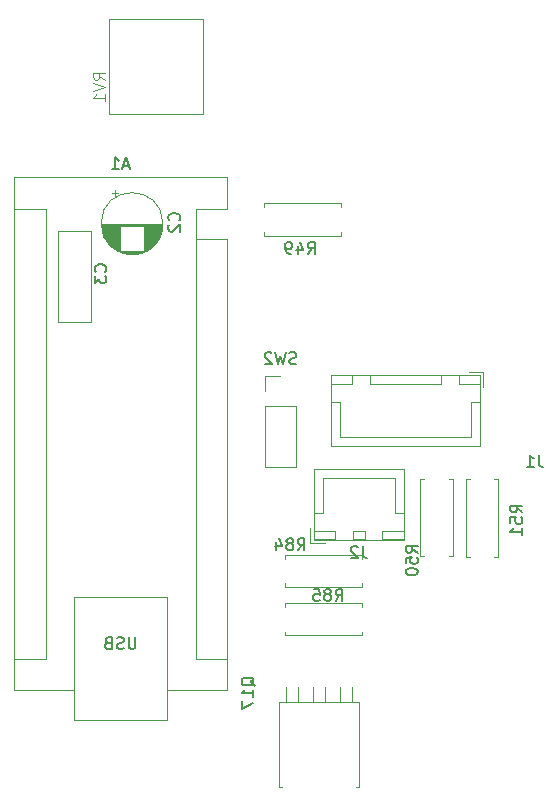
<source format=gbr>
%TF.GenerationSoftware,KiCad,Pcbnew,9.0.6-9.0.6~ubuntu22.04.1*%
%TF.CreationDate,2025-11-25T23:45:25+09:00*%
%TF.ProjectId,LineSensor,4c696e65-5365-46e7-936f-722e6b696361,rev?*%
%TF.SameCoordinates,Original*%
%TF.FileFunction,Legend,Bot*%
%TF.FilePolarity,Positive*%
%FSLAX46Y46*%
G04 Gerber Fmt 4.6, Leading zero omitted, Abs format (unit mm)*
G04 Created by KiCad (PCBNEW 9.0.6-9.0.6~ubuntu22.04.1) date 2025-11-25 23:45:25*
%MOMM*%
%LPD*%
G01*
G04 APERTURE LIST*
%ADD10C,0.150000*%
%ADD11C,0.100000*%
%ADD12C,0.120000*%
G04 APERTURE END LIST*
D10*
X170483333Y-108404819D02*
X170483333Y-109119104D01*
X170483333Y-109119104D02*
X170530952Y-109261961D01*
X170530952Y-109261961D02*
X170626190Y-109357200D01*
X170626190Y-109357200D02*
X170769047Y-109404819D01*
X170769047Y-109404819D02*
X170864285Y-109404819D01*
X170054761Y-108500057D02*
X170007142Y-108452438D01*
X170007142Y-108452438D02*
X169911904Y-108404819D01*
X169911904Y-108404819D02*
X169673809Y-108404819D01*
X169673809Y-108404819D02*
X169578571Y-108452438D01*
X169578571Y-108452438D02*
X169530952Y-108500057D01*
X169530952Y-108500057D02*
X169483333Y-108595295D01*
X169483333Y-108595295D02*
X169483333Y-108690533D01*
X169483333Y-108690533D02*
X169530952Y-108833390D01*
X169530952Y-108833390D02*
X170102380Y-109404819D01*
X170102380Y-109404819D02*
X169483333Y-109404819D01*
X164867332Y-92952200D02*
X164724475Y-92999819D01*
X164724475Y-92999819D02*
X164486380Y-92999819D01*
X164486380Y-92999819D02*
X164391142Y-92952200D01*
X164391142Y-92952200D02*
X164343523Y-92904580D01*
X164343523Y-92904580D02*
X164295904Y-92809342D01*
X164295904Y-92809342D02*
X164295904Y-92714104D01*
X164295904Y-92714104D02*
X164343523Y-92618866D01*
X164343523Y-92618866D02*
X164391142Y-92571247D01*
X164391142Y-92571247D02*
X164486380Y-92523628D01*
X164486380Y-92523628D02*
X164676856Y-92476009D01*
X164676856Y-92476009D02*
X164772094Y-92428390D01*
X164772094Y-92428390D02*
X164819713Y-92380771D01*
X164819713Y-92380771D02*
X164867332Y-92285533D01*
X164867332Y-92285533D02*
X164867332Y-92190295D01*
X164867332Y-92190295D02*
X164819713Y-92095057D01*
X164819713Y-92095057D02*
X164772094Y-92047438D01*
X164772094Y-92047438D02*
X164676856Y-91999819D01*
X164676856Y-91999819D02*
X164438761Y-91999819D01*
X164438761Y-91999819D02*
X164295904Y-92047438D01*
X163962570Y-91999819D02*
X163724475Y-92999819D01*
X163724475Y-92999819D02*
X163533999Y-92285533D01*
X163533999Y-92285533D02*
X163343523Y-92999819D01*
X163343523Y-92999819D02*
X163105428Y-91999819D01*
X162772094Y-92095057D02*
X162724475Y-92047438D01*
X162724475Y-92047438D02*
X162629237Y-91999819D01*
X162629237Y-91999819D02*
X162391142Y-91999819D01*
X162391142Y-91999819D02*
X162295904Y-92047438D01*
X162295904Y-92047438D02*
X162248285Y-92095057D01*
X162248285Y-92095057D02*
X162200666Y-92190295D01*
X162200666Y-92190295D02*
X162200666Y-92285533D01*
X162200666Y-92285533D02*
X162248285Y-92428390D01*
X162248285Y-92428390D02*
X162819713Y-92999819D01*
X162819713Y-92999819D02*
X162200666Y-92999819D01*
X164985857Y-108756819D02*
X165319190Y-108280628D01*
X165557285Y-108756819D02*
X165557285Y-107756819D01*
X165557285Y-107756819D02*
X165176333Y-107756819D01*
X165176333Y-107756819D02*
X165081095Y-107804438D01*
X165081095Y-107804438D02*
X165033476Y-107852057D01*
X165033476Y-107852057D02*
X164985857Y-107947295D01*
X164985857Y-107947295D02*
X164985857Y-108090152D01*
X164985857Y-108090152D02*
X165033476Y-108185390D01*
X165033476Y-108185390D02*
X165081095Y-108233009D01*
X165081095Y-108233009D02*
X165176333Y-108280628D01*
X165176333Y-108280628D02*
X165557285Y-108280628D01*
X164414428Y-108185390D02*
X164509666Y-108137771D01*
X164509666Y-108137771D02*
X164557285Y-108090152D01*
X164557285Y-108090152D02*
X164604904Y-107994914D01*
X164604904Y-107994914D02*
X164604904Y-107947295D01*
X164604904Y-107947295D02*
X164557285Y-107852057D01*
X164557285Y-107852057D02*
X164509666Y-107804438D01*
X164509666Y-107804438D02*
X164414428Y-107756819D01*
X164414428Y-107756819D02*
X164223952Y-107756819D01*
X164223952Y-107756819D02*
X164128714Y-107804438D01*
X164128714Y-107804438D02*
X164081095Y-107852057D01*
X164081095Y-107852057D02*
X164033476Y-107947295D01*
X164033476Y-107947295D02*
X164033476Y-107994914D01*
X164033476Y-107994914D02*
X164081095Y-108090152D01*
X164081095Y-108090152D02*
X164128714Y-108137771D01*
X164128714Y-108137771D02*
X164223952Y-108185390D01*
X164223952Y-108185390D02*
X164414428Y-108185390D01*
X164414428Y-108185390D02*
X164509666Y-108233009D01*
X164509666Y-108233009D02*
X164557285Y-108280628D01*
X164557285Y-108280628D02*
X164604904Y-108375866D01*
X164604904Y-108375866D02*
X164604904Y-108566342D01*
X164604904Y-108566342D02*
X164557285Y-108661580D01*
X164557285Y-108661580D02*
X164509666Y-108709200D01*
X164509666Y-108709200D02*
X164414428Y-108756819D01*
X164414428Y-108756819D02*
X164223952Y-108756819D01*
X164223952Y-108756819D02*
X164128714Y-108709200D01*
X164128714Y-108709200D02*
X164081095Y-108661580D01*
X164081095Y-108661580D02*
X164033476Y-108566342D01*
X164033476Y-108566342D02*
X164033476Y-108375866D01*
X164033476Y-108375866D02*
X164081095Y-108280628D01*
X164081095Y-108280628D02*
X164128714Y-108233009D01*
X164128714Y-108233009D02*
X164223952Y-108185390D01*
X163176333Y-108090152D02*
X163176333Y-108756819D01*
X163414428Y-107709200D02*
X163652523Y-108423485D01*
X163652523Y-108423485D02*
X163033476Y-108423485D01*
X154939580Y-80824445D02*
X154987200Y-80776826D01*
X154987200Y-80776826D02*
X155034819Y-80633969D01*
X155034819Y-80633969D02*
X155034819Y-80538731D01*
X155034819Y-80538731D02*
X154987200Y-80395874D01*
X154987200Y-80395874D02*
X154891961Y-80300636D01*
X154891961Y-80300636D02*
X154796723Y-80253017D01*
X154796723Y-80253017D02*
X154606247Y-80205398D01*
X154606247Y-80205398D02*
X154463390Y-80205398D01*
X154463390Y-80205398D02*
X154272914Y-80253017D01*
X154272914Y-80253017D02*
X154177676Y-80300636D01*
X154177676Y-80300636D02*
X154082438Y-80395874D01*
X154082438Y-80395874D02*
X154034819Y-80538731D01*
X154034819Y-80538731D02*
X154034819Y-80633969D01*
X154034819Y-80633969D02*
X154082438Y-80776826D01*
X154082438Y-80776826D02*
X154130057Y-80824445D01*
X154130057Y-81205398D02*
X154082438Y-81253017D01*
X154082438Y-81253017D02*
X154034819Y-81348255D01*
X154034819Y-81348255D02*
X154034819Y-81586350D01*
X154034819Y-81586350D02*
X154082438Y-81681588D01*
X154082438Y-81681588D02*
X154130057Y-81729207D01*
X154130057Y-81729207D02*
X154225295Y-81776826D01*
X154225295Y-81776826D02*
X154320533Y-81776826D01*
X154320533Y-81776826D02*
X154463390Y-81729207D01*
X154463390Y-81729207D02*
X155034819Y-81157779D01*
X155034819Y-81157779D02*
X155034819Y-81776826D01*
X185402333Y-100687819D02*
X185402333Y-101402104D01*
X185402333Y-101402104D02*
X185449952Y-101544961D01*
X185449952Y-101544961D02*
X185545190Y-101640200D01*
X185545190Y-101640200D02*
X185688047Y-101687819D01*
X185688047Y-101687819D02*
X185783285Y-101687819D01*
X184402333Y-101687819D02*
X184973761Y-101687819D01*
X184688047Y-101687819D02*
X184688047Y-100687819D01*
X184688047Y-100687819D02*
X184783285Y-100830676D01*
X184783285Y-100830676D02*
X184878523Y-100925914D01*
X184878523Y-100925914D02*
X184973761Y-100973533D01*
X150704285Y-76198104D02*
X150228095Y-76198104D01*
X150799523Y-76483819D02*
X150466190Y-75483819D01*
X150466190Y-75483819D02*
X150132857Y-76483819D01*
X149275714Y-76483819D02*
X149847142Y-76483819D01*
X149561428Y-76483819D02*
X149561428Y-75483819D01*
X149561428Y-75483819D02*
X149656666Y-75626676D01*
X149656666Y-75626676D02*
X149751904Y-75721914D01*
X149751904Y-75721914D02*
X149847142Y-75769533D01*
X151251904Y-116123819D02*
X151251904Y-116933342D01*
X151251904Y-116933342D02*
X151204285Y-117028580D01*
X151204285Y-117028580D02*
X151156666Y-117076200D01*
X151156666Y-117076200D02*
X151061428Y-117123819D01*
X151061428Y-117123819D02*
X150870952Y-117123819D01*
X150870952Y-117123819D02*
X150775714Y-117076200D01*
X150775714Y-117076200D02*
X150728095Y-117028580D01*
X150728095Y-117028580D02*
X150680476Y-116933342D01*
X150680476Y-116933342D02*
X150680476Y-116123819D01*
X150251904Y-117076200D02*
X150109047Y-117123819D01*
X150109047Y-117123819D02*
X149870952Y-117123819D01*
X149870952Y-117123819D02*
X149775714Y-117076200D01*
X149775714Y-117076200D02*
X149728095Y-117028580D01*
X149728095Y-117028580D02*
X149680476Y-116933342D01*
X149680476Y-116933342D02*
X149680476Y-116838104D01*
X149680476Y-116838104D02*
X149728095Y-116742866D01*
X149728095Y-116742866D02*
X149775714Y-116695247D01*
X149775714Y-116695247D02*
X149870952Y-116647628D01*
X149870952Y-116647628D02*
X150061428Y-116600009D01*
X150061428Y-116600009D02*
X150156666Y-116552390D01*
X150156666Y-116552390D02*
X150204285Y-116504771D01*
X150204285Y-116504771D02*
X150251904Y-116409533D01*
X150251904Y-116409533D02*
X150251904Y-116314295D01*
X150251904Y-116314295D02*
X150204285Y-116219057D01*
X150204285Y-116219057D02*
X150156666Y-116171438D01*
X150156666Y-116171438D02*
X150061428Y-116123819D01*
X150061428Y-116123819D02*
X149823333Y-116123819D01*
X149823333Y-116123819D02*
X149680476Y-116171438D01*
X148918571Y-116600009D02*
X148775714Y-116647628D01*
X148775714Y-116647628D02*
X148728095Y-116695247D01*
X148728095Y-116695247D02*
X148680476Y-116790485D01*
X148680476Y-116790485D02*
X148680476Y-116933342D01*
X148680476Y-116933342D02*
X148728095Y-117028580D01*
X148728095Y-117028580D02*
X148775714Y-117076200D01*
X148775714Y-117076200D02*
X148870952Y-117123819D01*
X148870952Y-117123819D02*
X149251904Y-117123819D01*
X149251904Y-117123819D02*
X149251904Y-116123819D01*
X149251904Y-116123819D02*
X148918571Y-116123819D01*
X148918571Y-116123819D02*
X148823333Y-116171438D01*
X148823333Y-116171438D02*
X148775714Y-116219057D01*
X148775714Y-116219057D02*
X148728095Y-116314295D01*
X148728095Y-116314295D02*
X148728095Y-116409533D01*
X148728095Y-116409533D02*
X148775714Y-116504771D01*
X148775714Y-116504771D02*
X148823333Y-116552390D01*
X148823333Y-116552390D02*
X148918571Y-116600009D01*
X148918571Y-116600009D02*
X149251904Y-116600009D01*
X184004819Y-105557142D02*
X183528628Y-105223809D01*
X184004819Y-104985714D02*
X183004819Y-104985714D01*
X183004819Y-104985714D02*
X183004819Y-105366666D01*
X183004819Y-105366666D02*
X183052438Y-105461904D01*
X183052438Y-105461904D02*
X183100057Y-105509523D01*
X183100057Y-105509523D02*
X183195295Y-105557142D01*
X183195295Y-105557142D02*
X183338152Y-105557142D01*
X183338152Y-105557142D02*
X183433390Y-105509523D01*
X183433390Y-105509523D02*
X183481009Y-105461904D01*
X183481009Y-105461904D02*
X183528628Y-105366666D01*
X183528628Y-105366666D02*
X183528628Y-104985714D01*
X183004819Y-106461904D02*
X183004819Y-105985714D01*
X183004819Y-105985714D02*
X183481009Y-105938095D01*
X183481009Y-105938095D02*
X183433390Y-105985714D01*
X183433390Y-105985714D02*
X183385771Y-106080952D01*
X183385771Y-106080952D02*
X183385771Y-106319047D01*
X183385771Y-106319047D02*
X183433390Y-106414285D01*
X183433390Y-106414285D02*
X183481009Y-106461904D01*
X183481009Y-106461904D02*
X183576247Y-106509523D01*
X183576247Y-106509523D02*
X183814342Y-106509523D01*
X183814342Y-106509523D02*
X183909580Y-106461904D01*
X183909580Y-106461904D02*
X183957200Y-106414285D01*
X183957200Y-106414285D02*
X184004819Y-106319047D01*
X184004819Y-106319047D02*
X184004819Y-106080952D01*
X184004819Y-106080952D02*
X183957200Y-105985714D01*
X183957200Y-105985714D02*
X183909580Y-105938095D01*
X184004819Y-107461904D02*
X184004819Y-106890476D01*
X184004819Y-107176190D02*
X183004819Y-107176190D01*
X183004819Y-107176190D02*
X183147676Y-107080952D01*
X183147676Y-107080952D02*
X183242914Y-106985714D01*
X183242914Y-106985714D02*
X183290533Y-106890476D01*
D11*
X148657419Y-68904761D02*
X148181228Y-68571428D01*
X148657419Y-68333333D02*
X147657419Y-68333333D01*
X147657419Y-68333333D02*
X147657419Y-68714285D01*
X147657419Y-68714285D02*
X147705038Y-68809523D01*
X147705038Y-68809523D02*
X147752657Y-68857142D01*
X147752657Y-68857142D02*
X147847895Y-68904761D01*
X147847895Y-68904761D02*
X147990752Y-68904761D01*
X147990752Y-68904761D02*
X148085990Y-68857142D01*
X148085990Y-68857142D02*
X148133609Y-68809523D01*
X148133609Y-68809523D02*
X148181228Y-68714285D01*
X148181228Y-68714285D02*
X148181228Y-68333333D01*
X147657419Y-69190476D02*
X148657419Y-69523809D01*
X148657419Y-69523809D02*
X147657419Y-69857142D01*
X148657419Y-70714285D02*
X148657419Y-70142857D01*
X148657419Y-70428571D02*
X147657419Y-70428571D01*
X147657419Y-70428571D02*
X147800276Y-70333333D01*
X147800276Y-70333333D02*
X147895514Y-70238095D01*
X147895514Y-70238095D02*
X147943133Y-70142857D01*
D10*
X148704580Y-85179333D02*
X148752200Y-85131714D01*
X148752200Y-85131714D02*
X148799819Y-84988857D01*
X148799819Y-84988857D02*
X148799819Y-84893619D01*
X148799819Y-84893619D02*
X148752200Y-84750762D01*
X148752200Y-84750762D02*
X148656961Y-84655524D01*
X148656961Y-84655524D02*
X148561723Y-84607905D01*
X148561723Y-84607905D02*
X148371247Y-84560286D01*
X148371247Y-84560286D02*
X148228390Y-84560286D01*
X148228390Y-84560286D02*
X148037914Y-84607905D01*
X148037914Y-84607905D02*
X147942676Y-84655524D01*
X147942676Y-84655524D02*
X147847438Y-84750762D01*
X147847438Y-84750762D02*
X147799819Y-84893619D01*
X147799819Y-84893619D02*
X147799819Y-84988857D01*
X147799819Y-84988857D02*
X147847438Y-85131714D01*
X147847438Y-85131714D02*
X147895057Y-85179333D01*
X147799819Y-85512667D02*
X147799819Y-86131714D01*
X147799819Y-86131714D02*
X148180771Y-85798381D01*
X148180771Y-85798381D02*
X148180771Y-85941238D01*
X148180771Y-85941238D02*
X148228390Y-86036476D01*
X148228390Y-86036476D02*
X148276009Y-86084095D01*
X148276009Y-86084095D02*
X148371247Y-86131714D01*
X148371247Y-86131714D02*
X148609342Y-86131714D01*
X148609342Y-86131714D02*
X148704580Y-86084095D01*
X148704580Y-86084095D02*
X148752200Y-86036476D01*
X148752200Y-86036476D02*
X148799819Y-85941238D01*
X148799819Y-85941238D02*
X148799819Y-85655524D01*
X148799819Y-85655524D02*
X148752200Y-85560286D01*
X148752200Y-85560286D02*
X148704580Y-85512667D01*
X175154819Y-108957142D02*
X174678628Y-108623809D01*
X175154819Y-108385714D02*
X174154819Y-108385714D01*
X174154819Y-108385714D02*
X174154819Y-108766666D01*
X174154819Y-108766666D02*
X174202438Y-108861904D01*
X174202438Y-108861904D02*
X174250057Y-108909523D01*
X174250057Y-108909523D02*
X174345295Y-108957142D01*
X174345295Y-108957142D02*
X174488152Y-108957142D01*
X174488152Y-108957142D02*
X174583390Y-108909523D01*
X174583390Y-108909523D02*
X174631009Y-108861904D01*
X174631009Y-108861904D02*
X174678628Y-108766666D01*
X174678628Y-108766666D02*
X174678628Y-108385714D01*
X174154819Y-109861904D02*
X174154819Y-109385714D01*
X174154819Y-109385714D02*
X174631009Y-109338095D01*
X174631009Y-109338095D02*
X174583390Y-109385714D01*
X174583390Y-109385714D02*
X174535771Y-109480952D01*
X174535771Y-109480952D02*
X174535771Y-109719047D01*
X174535771Y-109719047D02*
X174583390Y-109814285D01*
X174583390Y-109814285D02*
X174631009Y-109861904D01*
X174631009Y-109861904D02*
X174726247Y-109909523D01*
X174726247Y-109909523D02*
X174964342Y-109909523D01*
X174964342Y-109909523D02*
X175059580Y-109861904D01*
X175059580Y-109861904D02*
X175107200Y-109814285D01*
X175107200Y-109814285D02*
X175154819Y-109719047D01*
X175154819Y-109719047D02*
X175154819Y-109480952D01*
X175154819Y-109480952D02*
X175107200Y-109385714D01*
X175107200Y-109385714D02*
X175059580Y-109338095D01*
X174154819Y-110528571D02*
X174154819Y-110623809D01*
X174154819Y-110623809D02*
X174202438Y-110719047D01*
X174202438Y-110719047D02*
X174250057Y-110766666D01*
X174250057Y-110766666D02*
X174345295Y-110814285D01*
X174345295Y-110814285D02*
X174535771Y-110861904D01*
X174535771Y-110861904D02*
X174773866Y-110861904D01*
X174773866Y-110861904D02*
X174964342Y-110814285D01*
X174964342Y-110814285D02*
X175059580Y-110766666D01*
X175059580Y-110766666D02*
X175107200Y-110719047D01*
X175107200Y-110719047D02*
X175154819Y-110623809D01*
X175154819Y-110623809D02*
X175154819Y-110528571D01*
X175154819Y-110528571D02*
X175107200Y-110433333D01*
X175107200Y-110433333D02*
X175059580Y-110385714D01*
X175059580Y-110385714D02*
X174964342Y-110338095D01*
X174964342Y-110338095D02*
X174773866Y-110290476D01*
X174773866Y-110290476D02*
X174535771Y-110290476D01*
X174535771Y-110290476D02*
X174345295Y-110338095D01*
X174345295Y-110338095D02*
X174250057Y-110385714D01*
X174250057Y-110385714D02*
X174202438Y-110433333D01*
X174202438Y-110433333D02*
X174154819Y-110528571D01*
X165842857Y-83668819D02*
X166176190Y-83192628D01*
X166414285Y-83668819D02*
X166414285Y-82668819D01*
X166414285Y-82668819D02*
X166033333Y-82668819D01*
X166033333Y-82668819D02*
X165938095Y-82716438D01*
X165938095Y-82716438D02*
X165890476Y-82764057D01*
X165890476Y-82764057D02*
X165842857Y-82859295D01*
X165842857Y-82859295D02*
X165842857Y-83002152D01*
X165842857Y-83002152D02*
X165890476Y-83097390D01*
X165890476Y-83097390D02*
X165938095Y-83145009D01*
X165938095Y-83145009D02*
X166033333Y-83192628D01*
X166033333Y-83192628D02*
X166414285Y-83192628D01*
X164985714Y-83002152D02*
X164985714Y-83668819D01*
X165223809Y-82621200D02*
X165461904Y-83335485D01*
X165461904Y-83335485D02*
X164842857Y-83335485D01*
X164414285Y-83668819D02*
X164223809Y-83668819D01*
X164223809Y-83668819D02*
X164128571Y-83621200D01*
X164128571Y-83621200D02*
X164080952Y-83573580D01*
X164080952Y-83573580D02*
X163985714Y-83430723D01*
X163985714Y-83430723D02*
X163938095Y-83240247D01*
X163938095Y-83240247D02*
X163938095Y-82859295D01*
X163938095Y-82859295D02*
X163985714Y-82764057D01*
X163985714Y-82764057D02*
X164033333Y-82716438D01*
X164033333Y-82716438D02*
X164128571Y-82668819D01*
X164128571Y-82668819D02*
X164319047Y-82668819D01*
X164319047Y-82668819D02*
X164414285Y-82716438D01*
X164414285Y-82716438D02*
X164461904Y-82764057D01*
X164461904Y-82764057D02*
X164509523Y-82859295D01*
X164509523Y-82859295D02*
X164509523Y-83097390D01*
X164509523Y-83097390D02*
X164461904Y-83192628D01*
X164461904Y-83192628D02*
X164414285Y-83240247D01*
X164414285Y-83240247D02*
X164319047Y-83287866D01*
X164319047Y-83287866D02*
X164128571Y-83287866D01*
X164128571Y-83287866D02*
X164033333Y-83240247D01*
X164033333Y-83240247D02*
X163985714Y-83192628D01*
X163985714Y-83192628D02*
X163938095Y-83097390D01*
X168192857Y-113054819D02*
X168526190Y-112578628D01*
X168764285Y-113054819D02*
X168764285Y-112054819D01*
X168764285Y-112054819D02*
X168383333Y-112054819D01*
X168383333Y-112054819D02*
X168288095Y-112102438D01*
X168288095Y-112102438D02*
X168240476Y-112150057D01*
X168240476Y-112150057D02*
X168192857Y-112245295D01*
X168192857Y-112245295D02*
X168192857Y-112388152D01*
X168192857Y-112388152D02*
X168240476Y-112483390D01*
X168240476Y-112483390D02*
X168288095Y-112531009D01*
X168288095Y-112531009D02*
X168383333Y-112578628D01*
X168383333Y-112578628D02*
X168764285Y-112578628D01*
X167621428Y-112483390D02*
X167716666Y-112435771D01*
X167716666Y-112435771D02*
X167764285Y-112388152D01*
X167764285Y-112388152D02*
X167811904Y-112292914D01*
X167811904Y-112292914D02*
X167811904Y-112245295D01*
X167811904Y-112245295D02*
X167764285Y-112150057D01*
X167764285Y-112150057D02*
X167716666Y-112102438D01*
X167716666Y-112102438D02*
X167621428Y-112054819D01*
X167621428Y-112054819D02*
X167430952Y-112054819D01*
X167430952Y-112054819D02*
X167335714Y-112102438D01*
X167335714Y-112102438D02*
X167288095Y-112150057D01*
X167288095Y-112150057D02*
X167240476Y-112245295D01*
X167240476Y-112245295D02*
X167240476Y-112292914D01*
X167240476Y-112292914D02*
X167288095Y-112388152D01*
X167288095Y-112388152D02*
X167335714Y-112435771D01*
X167335714Y-112435771D02*
X167430952Y-112483390D01*
X167430952Y-112483390D02*
X167621428Y-112483390D01*
X167621428Y-112483390D02*
X167716666Y-112531009D01*
X167716666Y-112531009D02*
X167764285Y-112578628D01*
X167764285Y-112578628D02*
X167811904Y-112673866D01*
X167811904Y-112673866D02*
X167811904Y-112864342D01*
X167811904Y-112864342D02*
X167764285Y-112959580D01*
X167764285Y-112959580D02*
X167716666Y-113007200D01*
X167716666Y-113007200D02*
X167621428Y-113054819D01*
X167621428Y-113054819D02*
X167430952Y-113054819D01*
X167430952Y-113054819D02*
X167335714Y-113007200D01*
X167335714Y-113007200D02*
X167288095Y-112959580D01*
X167288095Y-112959580D02*
X167240476Y-112864342D01*
X167240476Y-112864342D02*
X167240476Y-112673866D01*
X167240476Y-112673866D02*
X167288095Y-112578628D01*
X167288095Y-112578628D02*
X167335714Y-112531009D01*
X167335714Y-112531009D02*
X167430952Y-112483390D01*
X166335714Y-112054819D02*
X166811904Y-112054819D01*
X166811904Y-112054819D02*
X166859523Y-112531009D01*
X166859523Y-112531009D02*
X166811904Y-112483390D01*
X166811904Y-112483390D02*
X166716666Y-112435771D01*
X166716666Y-112435771D02*
X166478571Y-112435771D01*
X166478571Y-112435771D02*
X166383333Y-112483390D01*
X166383333Y-112483390D02*
X166335714Y-112531009D01*
X166335714Y-112531009D02*
X166288095Y-112626247D01*
X166288095Y-112626247D02*
X166288095Y-112864342D01*
X166288095Y-112864342D02*
X166335714Y-112959580D01*
X166335714Y-112959580D02*
X166383333Y-113007200D01*
X166383333Y-113007200D02*
X166478571Y-113054819D01*
X166478571Y-113054819D02*
X166716666Y-113054819D01*
X166716666Y-113054819D02*
X166811904Y-113007200D01*
X166811904Y-113007200D02*
X166859523Y-112959580D01*
X161340057Y-120258571D02*
X161292438Y-120163333D01*
X161292438Y-120163333D02*
X161197200Y-120068095D01*
X161197200Y-120068095D02*
X161054342Y-119925238D01*
X161054342Y-119925238D02*
X161006723Y-119830000D01*
X161006723Y-119830000D02*
X161006723Y-119734762D01*
X161244819Y-119782381D02*
X161197200Y-119687143D01*
X161197200Y-119687143D02*
X161101961Y-119591905D01*
X161101961Y-119591905D02*
X160911485Y-119544286D01*
X160911485Y-119544286D02*
X160578152Y-119544286D01*
X160578152Y-119544286D02*
X160387676Y-119591905D01*
X160387676Y-119591905D02*
X160292438Y-119687143D01*
X160292438Y-119687143D02*
X160244819Y-119782381D01*
X160244819Y-119782381D02*
X160244819Y-119972857D01*
X160244819Y-119972857D02*
X160292438Y-120068095D01*
X160292438Y-120068095D02*
X160387676Y-120163333D01*
X160387676Y-120163333D02*
X160578152Y-120210952D01*
X160578152Y-120210952D02*
X160911485Y-120210952D01*
X160911485Y-120210952D02*
X161101961Y-120163333D01*
X161101961Y-120163333D02*
X161197200Y-120068095D01*
X161197200Y-120068095D02*
X161244819Y-119972857D01*
X161244819Y-119972857D02*
X161244819Y-119782381D01*
X161244819Y-121163333D02*
X161244819Y-120591905D01*
X161244819Y-120877619D02*
X160244819Y-120877619D01*
X160244819Y-120877619D02*
X160387676Y-120782381D01*
X160387676Y-120782381D02*
X160482914Y-120687143D01*
X160482914Y-120687143D02*
X160530533Y-120591905D01*
X160244819Y-121496667D02*
X160244819Y-122163333D01*
X160244819Y-122163333D02*
X161244819Y-121734762D01*
D12*
%TO.C,J2*%
X166050000Y-108150000D02*
X166050000Y-106900000D01*
X166340000Y-107860000D02*
X166340000Y-101890000D01*
X166340000Y-101890000D02*
X173960000Y-101890000D01*
X166350000Y-107850000D02*
X166350000Y-107100000D01*
X166350000Y-107100000D02*
X168150000Y-107100000D01*
X166350000Y-105600000D02*
X167100000Y-105600000D01*
X167100000Y-105600000D02*
X167100000Y-102650000D01*
X167100000Y-102650000D02*
X170150000Y-102650000D01*
X167300000Y-108150000D02*
X166050000Y-108150000D01*
X168150000Y-107850000D02*
X166350000Y-107850000D01*
X168150000Y-107100000D02*
X168150000Y-107850000D01*
X169650000Y-107850000D02*
X169650000Y-107100000D01*
X169650000Y-107100000D02*
X170650000Y-107100000D01*
X170650000Y-107850000D02*
X169650000Y-107850000D01*
X170650000Y-107100000D02*
X170650000Y-107850000D01*
X172150000Y-107850000D02*
X172150000Y-107100000D01*
X172150000Y-107100000D02*
X173950000Y-107100000D01*
X173200000Y-105600000D02*
X173200000Y-102650000D01*
X173200000Y-102650000D02*
X170150000Y-102650000D01*
X173950000Y-107850000D02*
X172150000Y-107850000D01*
X173950000Y-107100000D02*
X173950000Y-107850000D01*
X173950000Y-105600000D02*
X173200000Y-105600000D01*
X173960000Y-107860000D02*
X166340000Y-107860000D01*
X173960000Y-101890000D02*
X173960000Y-107860000D01*
%TO.C,SW2*%
X162204000Y-93985000D02*
X162204000Y-95315000D01*
X162204000Y-96585000D02*
X162204000Y-101725000D01*
X163534000Y-93985000D02*
X162204000Y-93985000D01*
X164864000Y-96585000D02*
X162204000Y-96585000D01*
X164864000Y-96585000D02*
X164864000Y-101725000D01*
X164864000Y-101725000D02*
X162204000Y-101725000D01*
%TO.C,R84*%
X163920000Y-109130000D02*
X170460000Y-109130000D01*
X163920000Y-109460000D02*
X163920000Y-109130000D01*
X163920000Y-111540000D02*
X163920000Y-111870000D01*
X163920000Y-111870000D02*
X170460000Y-111870000D01*
X170460000Y-109130000D02*
X170460000Y-109460000D01*
X170460000Y-111870000D02*
X170460000Y-111540000D01*
%TO.C,C2*%
X148381000Y-81102000D02*
X153541000Y-81102000D01*
X148381000Y-81142000D02*
X153541000Y-81142000D01*
X148382000Y-81182000D02*
X153540000Y-81182000D01*
X148384000Y-81222000D02*
X153538000Y-81222000D01*
X148386000Y-81262000D02*
X153536000Y-81262000D01*
X148389000Y-81302000D02*
X153533000Y-81302000D01*
X148392000Y-81342000D02*
X149921000Y-81342000D01*
X148396000Y-81382000D02*
X149921000Y-81382000D01*
X148401000Y-81422000D02*
X149921000Y-81422000D01*
X148406000Y-81462000D02*
X149921000Y-81462000D01*
X148412000Y-81502000D02*
X149921000Y-81502000D01*
X148418000Y-81542000D02*
X149921000Y-81542000D01*
X148425000Y-81582000D02*
X149921000Y-81582000D01*
X148433000Y-81622000D02*
X149921000Y-81622000D01*
X148442000Y-81662000D02*
X149921000Y-81662000D01*
X148451000Y-81702000D02*
X149921000Y-81702000D01*
X148460000Y-81742000D02*
X149921000Y-81742000D01*
X148471000Y-81782000D02*
X149921000Y-81782000D01*
X148482000Y-81822000D02*
X149921000Y-81822000D01*
X148494000Y-81862000D02*
X149921000Y-81862000D01*
X148506000Y-81902000D02*
X149921000Y-81902000D01*
X148519000Y-81942000D02*
X149921000Y-81942000D01*
X148533000Y-81982000D02*
X149921000Y-81982000D01*
X148548000Y-82022000D02*
X149921000Y-82022000D01*
X148563000Y-82062000D02*
X149921000Y-82062000D01*
X148579000Y-82102000D02*
X149921000Y-82102000D01*
X148596000Y-82142000D02*
X149921000Y-82142000D01*
X148614000Y-82182000D02*
X149921000Y-82182000D01*
X148632000Y-82222000D02*
X149921000Y-82222000D01*
X148652000Y-82262000D02*
X149921000Y-82262000D01*
X148672000Y-82302000D02*
X149921000Y-82302000D01*
X148693000Y-82342000D02*
X149921000Y-82342000D01*
X148715000Y-82382000D02*
X149921000Y-82382000D01*
X148738000Y-82422000D02*
X149921000Y-82422000D01*
X148762000Y-82462000D02*
X149921000Y-82462000D01*
X148786000Y-82502000D02*
X149921000Y-82502000D01*
X148812000Y-82542000D02*
X149921000Y-82542000D01*
X148839000Y-82582000D02*
X149921000Y-82582000D01*
X148867000Y-82622000D02*
X149921000Y-82622000D01*
X148896000Y-82662000D02*
X149921000Y-82662000D01*
X148926000Y-82702000D02*
X149921000Y-82702000D01*
X148958000Y-82742000D02*
X149921000Y-82742000D01*
X148991000Y-82782000D02*
X149921000Y-82782000D01*
X149025000Y-82822000D02*
X149921000Y-82822000D01*
X149060000Y-82862000D02*
X149921000Y-82862000D01*
X149097000Y-82902000D02*
X149921000Y-82902000D01*
X149136000Y-82942000D02*
X149921000Y-82942000D01*
X149176000Y-82982000D02*
X149921000Y-82982000D01*
X149218000Y-83022000D02*
X149921000Y-83022000D01*
X149236000Y-78547225D02*
X149736000Y-78547225D01*
X149262000Y-83062000D02*
X149921000Y-83062000D01*
X149309000Y-83102000D02*
X149921000Y-83102000D01*
X149357000Y-83142000D02*
X149921000Y-83142000D01*
X149408000Y-83182000D02*
X149921000Y-83182000D01*
X149462000Y-83222000D02*
X149921000Y-83222000D01*
X149486000Y-78297225D02*
X149486000Y-78797225D01*
X149518000Y-83262000D02*
X149921000Y-83262000D01*
X149578000Y-83302000D02*
X149921000Y-83302000D01*
X149642000Y-83342000D02*
X149921000Y-83342000D01*
X149710000Y-83382000D02*
X149921000Y-83382000D01*
X149784000Y-83422000D02*
X152138000Y-83422000D01*
X149863000Y-83462000D02*
X152059000Y-83462000D01*
X149950000Y-83502000D02*
X151972000Y-83502000D01*
X150047000Y-83542000D02*
X151875000Y-83542000D01*
X150156000Y-83582000D02*
X151766000Y-83582000D01*
X150284000Y-83622000D02*
X151638000Y-83622000D01*
X150444000Y-83662000D02*
X151478000Y-83662000D01*
X150678000Y-83702000D02*
X151244000Y-83702000D01*
X152001000Y-81342000D02*
X153530000Y-81342000D01*
X152001000Y-81382000D02*
X153526000Y-81382000D01*
X152001000Y-81422000D02*
X153521000Y-81422000D01*
X152001000Y-81462000D02*
X153516000Y-81462000D01*
X152001000Y-81502000D02*
X153510000Y-81502000D01*
X152001000Y-81542000D02*
X153504000Y-81542000D01*
X152001000Y-81582000D02*
X153497000Y-81582000D01*
X152001000Y-81622000D02*
X153489000Y-81622000D01*
X152001000Y-81662000D02*
X153480000Y-81662000D01*
X152001000Y-81702000D02*
X153471000Y-81702000D01*
X152001000Y-81742000D02*
X153462000Y-81742000D01*
X152001000Y-81782000D02*
X153451000Y-81782000D01*
X152001000Y-81822000D02*
X153440000Y-81822000D01*
X152001000Y-81862000D02*
X153428000Y-81862000D01*
X152001000Y-81902000D02*
X153416000Y-81902000D01*
X152001000Y-81942000D02*
X153403000Y-81942000D01*
X152001000Y-81982000D02*
X153389000Y-81982000D01*
X152001000Y-82022000D02*
X153374000Y-82022000D01*
X152001000Y-82062000D02*
X153359000Y-82062000D01*
X152001000Y-82102000D02*
X153343000Y-82102000D01*
X152001000Y-82142000D02*
X153326000Y-82142000D01*
X152001000Y-82182000D02*
X153308000Y-82182000D01*
X152001000Y-82222000D02*
X153290000Y-82222000D01*
X152001000Y-82262000D02*
X153270000Y-82262000D01*
X152001000Y-82302000D02*
X153250000Y-82302000D01*
X152001000Y-82342000D02*
X153229000Y-82342000D01*
X152001000Y-82382000D02*
X153207000Y-82382000D01*
X152001000Y-82422000D02*
X153184000Y-82422000D01*
X152001000Y-82462000D02*
X153160000Y-82462000D01*
X152001000Y-82502000D02*
X153136000Y-82502000D01*
X152001000Y-82542000D02*
X153110000Y-82542000D01*
X152001000Y-82582000D02*
X153083000Y-82582000D01*
X152001000Y-82622000D02*
X153055000Y-82622000D01*
X152001000Y-82662000D02*
X153026000Y-82662000D01*
X152001000Y-82702000D02*
X152996000Y-82702000D01*
X152001000Y-82742000D02*
X152964000Y-82742000D01*
X152001000Y-82782000D02*
X152931000Y-82782000D01*
X152001000Y-82822000D02*
X152897000Y-82822000D01*
X152001000Y-82862000D02*
X152862000Y-82862000D01*
X152001000Y-82902000D02*
X152825000Y-82902000D01*
X152001000Y-82942000D02*
X152786000Y-82942000D01*
X152001000Y-82982000D02*
X152746000Y-82982000D01*
X152001000Y-83022000D02*
X152704000Y-83022000D01*
X152001000Y-83062000D02*
X152660000Y-83062000D01*
X152001000Y-83102000D02*
X152613000Y-83102000D01*
X152001000Y-83142000D02*
X152565000Y-83142000D01*
X152001000Y-83182000D02*
X152514000Y-83182000D01*
X152001000Y-83222000D02*
X152460000Y-83222000D01*
X152001000Y-83262000D02*
X152404000Y-83262000D01*
X152001000Y-83302000D02*
X152344000Y-83302000D01*
X152001000Y-83342000D02*
X152280000Y-83342000D01*
X152001000Y-83382000D02*
X152212000Y-83382000D01*
X153581000Y-81102000D02*
G75*
G02*
X148341000Y-81102000I-2620000J0D01*
G01*
X148341000Y-81102000D02*
G75*
G02*
X153581000Y-81102000I2620000J0D01*
G01*
%TO.C,J1*%
X167801000Y-93947000D02*
X180421000Y-93947000D01*
X167801000Y-99917000D02*
X167801000Y-93947000D01*
X167811000Y-93957000D02*
X169611000Y-93957000D01*
X167811000Y-94707000D02*
X167811000Y-93957000D01*
X167811000Y-96207000D02*
X168561000Y-96207000D01*
X168561000Y-96207000D02*
X168561000Y-99157000D01*
X168561000Y-99157000D02*
X174111000Y-99157000D01*
X169611000Y-93957000D02*
X169611000Y-94707000D01*
X169611000Y-94707000D02*
X167811000Y-94707000D01*
X171111000Y-93957000D02*
X177111000Y-93957000D01*
X171111000Y-94707000D02*
X171111000Y-93957000D01*
X177111000Y-93957000D02*
X177111000Y-94707000D01*
X177111000Y-94707000D02*
X171111000Y-94707000D01*
X178611000Y-93957000D02*
X180411000Y-93957000D01*
X178611000Y-94707000D02*
X178611000Y-93957000D01*
X179461000Y-93657000D02*
X180711000Y-93657000D01*
X179661000Y-96207000D02*
X179661000Y-99157000D01*
X179661000Y-99157000D02*
X174111000Y-99157000D01*
X180411000Y-93957000D02*
X180411000Y-94707000D01*
X180411000Y-94707000D02*
X178611000Y-94707000D01*
X180411000Y-96207000D02*
X179661000Y-96207000D01*
X180421000Y-93947000D02*
X180421000Y-99917000D01*
X180421000Y-99917000D02*
X167801000Y-99917000D01*
X180711000Y-93657000D02*
X180711000Y-94907000D01*
%TO.C,A1*%
X140970000Y-77169000D02*
X159010000Y-77169000D01*
X140970000Y-120609000D02*
X140970000Y-77169000D01*
X140970000Y-120609000D02*
X146050000Y-120609000D01*
X143640000Y-79839000D02*
X140970000Y-79839000D01*
X143640000Y-79839000D02*
X143640000Y-117939000D01*
X143640000Y-117939000D02*
X140970000Y-117939000D01*
X146050000Y-112729000D02*
X146050000Y-123149000D01*
X146050000Y-123149000D02*
X153930000Y-123149000D01*
X153930000Y-112729000D02*
X146050000Y-112729000D01*
X153930000Y-123149000D02*
X153930000Y-112729000D01*
X156340000Y-79839000D02*
X159010000Y-79839000D01*
X156340000Y-82379000D02*
X156340000Y-79839000D01*
X156340000Y-82379000D02*
X156340000Y-117939000D01*
X156340000Y-82379000D02*
X159010000Y-82379000D01*
X156340000Y-117939000D02*
X159010000Y-117939000D01*
X159010000Y-77169000D02*
X159010000Y-79839000D01*
X159010000Y-82379000D02*
X159010000Y-120609000D01*
X159010000Y-120609000D02*
X153930000Y-120609000D01*
%TO.C,R51*%
X179223000Y-102770000D02*
X179223000Y-109310000D01*
X179223000Y-109310000D02*
X179553000Y-109310000D01*
X179553000Y-102770000D02*
X179223000Y-102770000D01*
X181633000Y-102770000D02*
X181963000Y-102770000D01*
X181963000Y-102770000D02*
X181963001Y-109310000D01*
X181963001Y-109310000D02*
X181633000Y-109310000D01*
%TO.C,RV1*%
D11*
X149000000Y-63800000D02*
X157000000Y-63800000D01*
X157000000Y-71800000D01*
X149000000Y-71800000D01*
X149000000Y-63800000D01*
D12*
%TO.C,C3*%
X144711000Y-81712000D02*
X144711000Y-89452000D01*
X144711000Y-89452000D02*
X147451000Y-89452000D01*
X147451000Y-81712000D02*
X144711000Y-81712000D01*
X147451000Y-89452000D02*
X147451000Y-81712000D01*
%TO.C,R50*%
X175380000Y-102740000D02*
X175710000Y-102740000D01*
X175380000Y-109280000D02*
X175380000Y-102740000D01*
X175710000Y-109280000D02*
X175380000Y-109280000D01*
X177790000Y-109280000D02*
X178120000Y-109280000D01*
X178120000Y-102740000D02*
X177790000Y-102740000D01*
X178120000Y-109280000D02*
X178120000Y-102740000D01*
%TO.C,R49*%
X162149000Y-79388000D02*
X162149000Y-79718000D01*
X162149000Y-82128000D02*
X162149000Y-81798000D01*
X168689000Y-79388000D02*
X162149000Y-79388000D01*
X168689000Y-79718000D02*
X168689000Y-79388000D01*
X168689000Y-81798000D02*
X168689000Y-82128000D01*
X168689000Y-82128000D02*
X162149000Y-82128000D01*
%TO.C,R85*%
X163920000Y-113230000D02*
X163920000Y-113560000D01*
X163920000Y-115970000D02*
X163920000Y-115640000D01*
X170460000Y-113230000D02*
X163920000Y-113230000D01*
X170460000Y-113560000D02*
X170460000Y-113230000D01*
X170460000Y-115640000D02*
X170460000Y-115970000D01*
X170460000Y-115970000D02*
X163920000Y-115970000D01*
%TO.C,Q17*%
X163390000Y-121590000D02*
X163390000Y-128810000D01*
X163390000Y-121590000D02*
X170190000Y-121590000D01*
X163390000Y-128810000D02*
X163680000Y-128810000D01*
X164015000Y-121590000D02*
X164015000Y-120360000D01*
X164985000Y-121590000D02*
X164985000Y-120360000D01*
X166305000Y-121590000D02*
X166305000Y-120360000D01*
X167275000Y-121590000D02*
X167275000Y-120360000D01*
X168595000Y-121590000D02*
X168595000Y-120360000D01*
X169565000Y-121590000D02*
X169565000Y-120360000D01*
X169900000Y-128810000D02*
X170190000Y-128810000D01*
X170190000Y-121590000D02*
X170190000Y-128810000D01*
%TD*%
M02*

</source>
